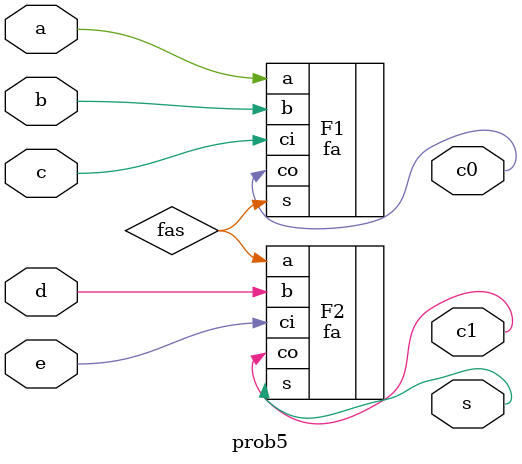
<source format=v>
module prob5 (
	input a,
	input b,
	input c,
	input d,
	input e,
	output c0,
	output c1,
	output s);
	
	wire fas;

	fa F1 (.a(a), .b(b), .ci(c), .co(c0), .s(fas));
	fa F2 (.a(fas), .b(d), .ci(e), .co(c1), .s(s));
endmodule
</source>
